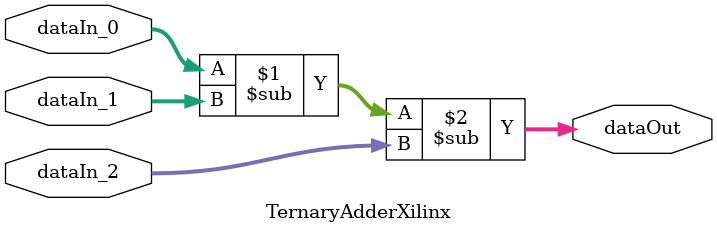
<source format=v>
`timescale 1ns/1ps

module TernaryAdderXilinx
# (
  parameter width = 8
)
(
  input      [width - 1:0]    dataIn_0,
  input      [width - 1:0]    dataIn_1,
  input      [width - 1:0]    dataIn_2,
  output     [width + 1:0]    dataOut
);

  assign dataOut = dataIn_0 - dataIn_1 - dataIn_2;

endmodule

</source>
